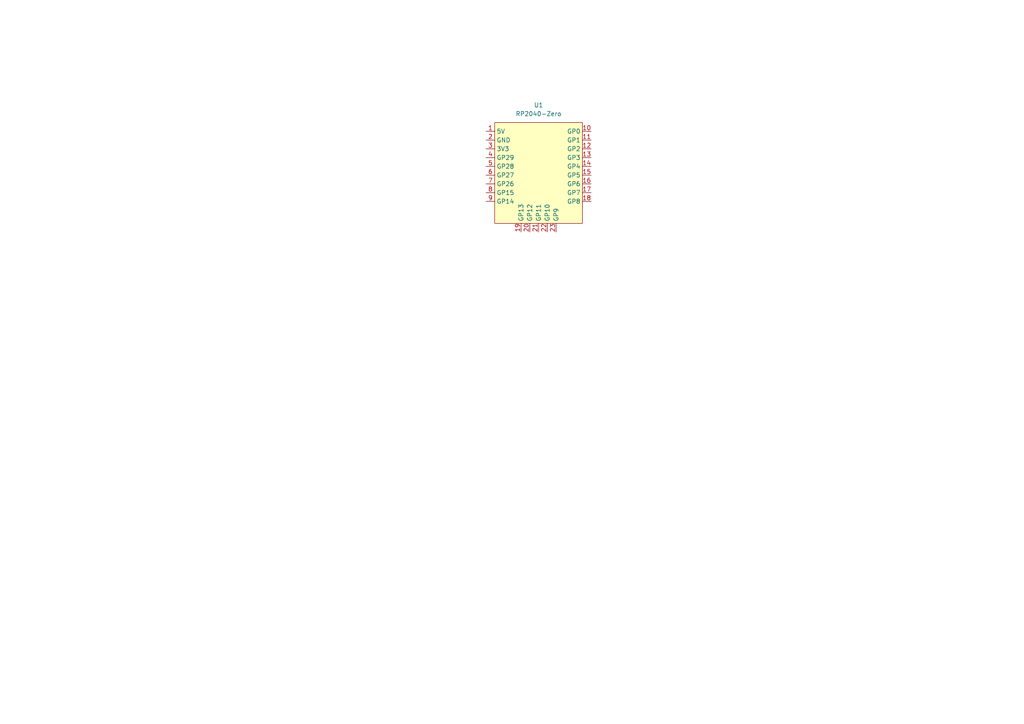
<source format=kicad_sch>
(kicad_sch (version 20250114) (generator "eeschema") (generator_version "9.0")
  (paper "A4")
  (lib_symbols
    (symbol "RP2040:RP2040-Zero"
      (property "Reference" "U" (at 0 0 0))
      (property "Value" "RP2040-Zero" (at 0 8.89 0))
      (symbol "RP2040-Zero_0_1"
        (rectangle (start -12.7 7.62) (end 12.7 -21.59) (fill (type background)))
      )
      (symbol "RP2040-Zero_1_1"
        (pin power_in line (at -15.24 5.08 0) (length 2.54) (name "5V") (number "1"))
        (pin power_in line (at -15.24 2.54 0) (length 2.54) (name "GND") (number "2"))
        (pin power_in line (at -15.24 0 0) (length 2.54) (name "3V3") (number "3"))
        (pin bidirectional line (at -15.24 -2.54 0) (length 2.54) (name "GP29") (number "4"))
        (pin bidirectional line (at -15.24 -5.08 0) (length 2.54) (name "GP28") (number "5"))
        (pin bidirectional line (at -15.24 -7.62 0) (length 2.54) (name "GP27") (number "6"))
        (pin bidirectional line (at -15.24 -10.16 0) (length 2.54) (name "GP26") (number "7"))
        (pin bidirectional line (at -15.24 -12.7 0) (length 2.54) (name "GP15") (number "8"))
        (pin bidirectional line (at -15.24 -15.24 0) (length 2.54) (name "GP14") (number "9"))
        (pin bidirectional line (at -5.08 -24.13 90) (length 2.54) (name "GP13") (number "19"))
        (pin bidirectional line (at -2.54 -24.13 90) (length 2.54) (name "GP12") (number "20"))
        (pin bidirectional line (at 0 -24.13 90) (length 2.54) (name "GP11") (number "21"))
        (pin bidirectional line (at 2.54 -24.13 90) (length 2.54) (name "GP10") (number "22"))
        (pin bidirectional line (at 5.08 -24.13 90) (length 2.54) (name "GP9") (number "23"))
        (pin bidirectional line (at 15.24 5.08 180) (length 2.54) (name "GP0") (number "10"))
        (pin bidirectional line (at 15.24 2.54 180) (length 2.54) (name "GP1") (number "11"))
        (pin bidirectional line (at 15.24 0 180) (length 2.54) (name "GP2") (number "12"))
        (pin bidirectional line (at 15.24 -2.54 180) (length 2.54) (name "GP3") (number "13"))
        (pin bidirectional line (at 15.24 -5.08 180) (length 2.54) (name "GP4") (number "14"))
        (pin bidirectional line (at 15.24 -7.62 180) (length 2.54) (name "GP5") (number "15"))
        (pin bidirectional line (at 15.24 -10.16 180) (length 2.54) (name "GP6") (number "16"))
        (pin bidirectional line (at 15.24 -12.7 180) (length 2.54) (name "GP7") (number "17"))
        (pin bidirectional line (at 15.24 -15.24 180) (length 2.54) (name "GP8") (number "18"))
      )
    )
  )
  (symbol (lib_id "RP2040:RP2040-Zero") (at 156.21 43.18 0) (unit 1)
    (property "Reference" "U1" (at 156.21 30.48 0))
    (property "Value" "RP2040-Zero" (at 156.21 33.02 0))
  )
)
</source>
